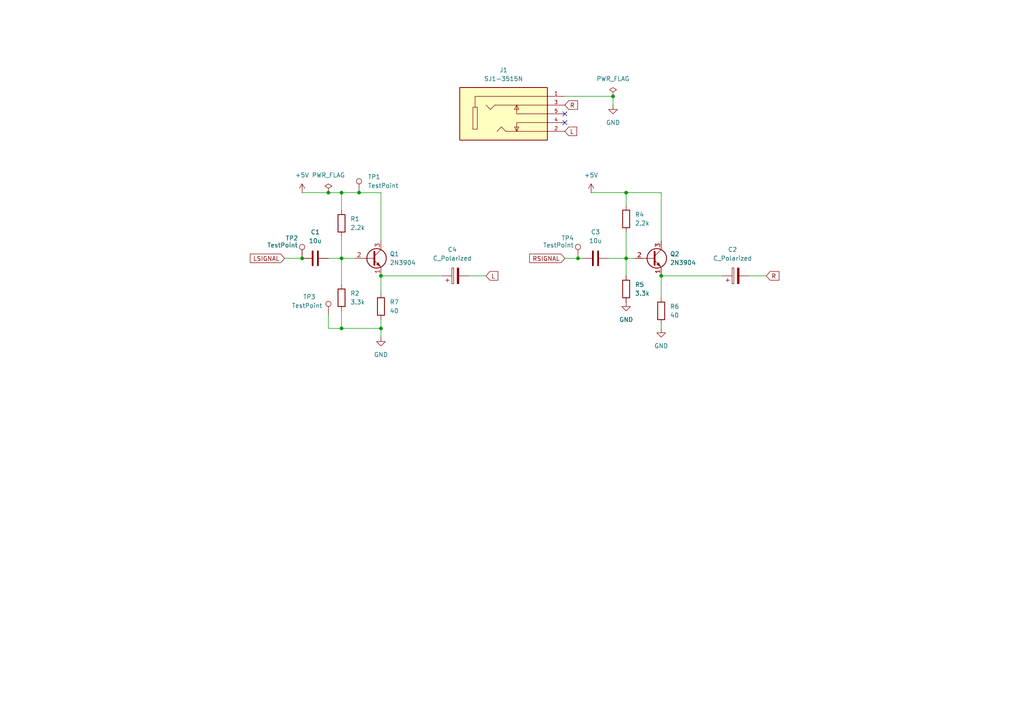
<source format=kicad_sch>
(kicad_sch
	(version 20250114)
	(generator "eeschema")
	(generator_version "9.0")
	(uuid "4624b535-de43-4b37-a4ab-0b658419a971")
	(paper "A4")
	(lib_symbols
		(symbol "Connector:TestPoint"
			(pin_numbers
				(hide yes)
			)
			(pin_names
				(offset 0.762)
				(hide yes)
			)
			(exclude_from_sim no)
			(in_bom yes)
			(on_board yes)
			(property "Reference" "TP"
				(at 0 6.858 0)
				(effects
					(font
						(size 1.27 1.27)
					)
				)
			)
			(property "Value" "TestPoint"
				(at 0 5.08 0)
				(effects
					(font
						(size 1.27 1.27)
					)
				)
			)
			(property "Footprint" ""
				(at 5.08 0 0)
				(effects
					(font
						(size 1.27 1.27)
					)
					(hide yes)
				)
			)
			(property "Datasheet" "~"
				(at 5.08 0 0)
				(effects
					(font
						(size 1.27 1.27)
					)
					(hide yes)
				)
			)
			(property "Description" "test point"
				(at 0 0 0)
				(effects
					(font
						(size 1.27 1.27)
					)
					(hide yes)
				)
			)
			(property "ki_keywords" "test point tp"
				(at 0 0 0)
				(effects
					(font
						(size 1.27 1.27)
					)
					(hide yes)
				)
			)
			(property "ki_fp_filters" "Pin* Test*"
				(at 0 0 0)
				(effects
					(font
						(size 1.27 1.27)
					)
					(hide yes)
				)
			)
			(symbol "TestPoint_0_1"
				(circle
					(center 0 3.302)
					(radius 0.762)
					(stroke
						(width 0)
						(type default)
					)
					(fill
						(type none)
					)
				)
			)
			(symbol "TestPoint_1_1"
				(pin passive line
					(at 0 0 90)
					(length 2.54)
					(name "1"
						(effects
							(font
								(size 1.27 1.27)
							)
						)
					)
					(number "1"
						(effects
							(font
								(size 1.27 1.27)
							)
						)
					)
				)
			)
			(embedded_fonts no)
		)
		(symbol "Device:C"
			(pin_numbers
				(hide yes)
			)
			(pin_names
				(offset 0.254)
			)
			(exclude_from_sim no)
			(in_bom yes)
			(on_board yes)
			(property "Reference" "C"
				(at 0.635 2.54 0)
				(effects
					(font
						(size 1.27 1.27)
					)
					(justify left)
				)
			)
			(property "Value" "C"
				(at 0.635 -2.54 0)
				(effects
					(font
						(size 1.27 1.27)
					)
					(justify left)
				)
			)
			(property "Footprint" ""
				(at 0.9652 -3.81 0)
				(effects
					(font
						(size 1.27 1.27)
					)
					(hide yes)
				)
			)
			(property "Datasheet" "~"
				(at 0 0 0)
				(effects
					(font
						(size 1.27 1.27)
					)
					(hide yes)
				)
			)
			(property "Description" "Unpolarized capacitor"
				(at 0 0 0)
				(effects
					(font
						(size 1.27 1.27)
					)
					(hide yes)
				)
			)
			(property "ki_keywords" "cap capacitor"
				(at 0 0 0)
				(effects
					(font
						(size 1.27 1.27)
					)
					(hide yes)
				)
			)
			(property "ki_fp_filters" "C_*"
				(at 0 0 0)
				(effects
					(font
						(size 1.27 1.27)
					)
					(hide yes)
				)
			)
			(symbol "C_0_1"
				(polyline
					(pts
						(xy -2.032 0.762) (xy 2.032 0.762)
					)
					(stroke
						(width 0.508)
						(type default)
					)
					(fill
						(type none)
					)
				)
				(polyline
					(pts
						(xy -2.032 -0.762) (xy 2.032 -0.762)
					)
					(stroke
						(width 0.508)
						(type default)
					)
					(fill
						(type none)
					)
				)
			)
			(symbol "C_1_1"
				(pin passive line
					(at 0 3.81 270)
					(length 2.794)
					(name "~"
						(effects
							(font
								(size 1.27 1.27)
							)
						)
					)
					(number "1"
						(effects
							(font
								(size 1.27 1.27)
							)
						)
					)
				)
				(pin passive line
					(at 0 -3.81 90)
					(length 2.794)
					(name "~"
						(effects
							(font
								(size 1.27 1.27)
							)
						)
					)
					(number "2"
						(effects
							(font
								(size 1.27 1.27)
							)
						)
					)
				)
			)
			(embedded_fonts no)
		)
		(symbol "Device:C_Polarized"
			(pin_numbers
				(hide yes)
			)
			(pin_names
				(offset 0.254)
			)
			(exclude_from_sim no)
			(in_bom yes)
			(on_board yes)
			(property "Reference" "C"
				(at 0.635 2.54 0)
				(effects
					(font
						(size 1.27 1.27)
					)
					(justify left)
				)
			)
			(property "Value" "C_Polarized"
				(at 0.635 -2.54 0)
				(effects
					(font
						(size 1.27 1.27)
					)
					(justify left)
				)
			)
			(property "Footprint" ""
				(at 0.9652 -3.81 0)
				(effects
					(font
						(size 1.27 1.27)
					)
					(hide yes)
				)
			)
			(property "Datasheet" "~"
				(at 0 0 0)
				(effects
					(font
						(size 1.27 1.27)
					)
					(hide yes)
				)
			)
			(property "Description" "Polarized capacitor"
				(at 0 0 0)
				(effects
					(font
						(size 1.27 1.27)
					)
					(hide yes)
				)
			)
			(property "ki_keywords" "cap capacitor"
				(at 0 0 0)
				(effects
					(font
						(size 1.27 1.27)
					)
					(hide yes)
				)
			)
			(property "ki_fp_filters" "CP_*"
				(at 0 0 0)
				(effects
					(font
						(size 1.27 1.27)
					)
					(hide yes)
				)
			)
			(symbol "C_Polarized_0_1"
				(rectangle
					(start -2.286 0.508)
					(end 2.286 1.016)
					(stroke
						(width 0)
						(type default)
					)
					(fill
						(type none)
					)
				)
				(polyline
					(pts
						(xy -1.778 2.286) (xy -0.762 2.286)
					)
					(stroke
						(width 0)
						(type default)
					)
					(fill
						(type none)
					)
				)
				(polyline
					(pts
						(xy -1.27 2.794) (xy -1.27 1.778)
					)
					(stroke
						(width 0)
						(type default)
					)
					(fill
						(type none)
					)
				)
				(rectangle
					(start 2.286 -0.508)
					(end -2.286 -1.016)
					(stroke
						(width 0)
						(type default)
					)
					(fill
						(type outline)
					)
				)
			)
			(symbol "C_Polarized_1_1"
				(pin passive line
					(at 0 3.81 270)
					(length 2.794)
					(name "~"
						(effects
							(font
								(size 1.27 1.27)
							)
						)
					)
					(number "1"
						(effects
							(font
								(size 1.27 1.27)
							)
						)
					)
				)
				(pin passive line
					(at 0 -3.81 90)
					(length 2.794)
					(name "~"
						(effects
							(font
								(size 1.27 1.27)
							)
						)
					)
					(number "2"
						(effects
							(font
								(size 1.27 1.27)
							)
						)
					)
				)
			)
			(embedded_fonts no)
		)
		(symbol "Device:R"
			(pin_numbers
				(hide yes)
			)
			(pin_names
				(offset 0)
			)
			(exclude_from_sim no)
			(in_bom yes)
			(on_board yes)
			(property "Reference" "R"
				(at 2.032 0 90)
				(effects
					(font
						(size 1.27 1.27)
					)
				)
			)
			(property "Value" "R"
				(at 0 0 90)
				(effects
					(font
						(size 1.27 1.27)
					)
				)
			)
			(property "Footprint" ""
				(at -1.778 0 90)
				(effects
					(font
						(size 1.27 1.27)
					)
					(hide yes)
				)
			)
			(property "Datasheet" "~"
				(at 0 0 0)
				(effects
					(font
						(size 1.27 1.27)
					)
					(hide yes)
				)
			)
			(property "Description" "Resistor"
				(at 0 0 0)
				(effects
					(font
						(size 1.27 1.27)
					)
					(hide yes)
				)
			)
			(property "ki_keywords" "R res resistor"
				(at 0 0 0)
				(effects
					(font
						(size 1.27 1.27)
					)
					(hide yes)
				)
			)
			(property "ki_fp_filters" "R_*"
				(at 0 0 0)
				(effects
					(font
						(size 1.27 1.27)
					)
					(hide yes)
				)
			)
			(symbol "R_0_1"
				(rectangle
					(start -1.016 -2.54)
					(end 1.016 2.54)
					(stroke
						(width 0.254)
						(type default)
					)
					(fill
						(type none)
					)
				)
			)
			(symbol "R_1_1"
				(pin passive line
					(at 0 3.81 270)
					(length 1.27)
					(name "~"
						(effects
							(font
								(size 1.27 1.27)
							)
						)
					)
					(number "1"
						(effects
							(font
								(size 1.27 1.27)
							)
						)
					)
				)
				(pin passive line
					(at 0 -3.81 90)
					(length 1.27)
					(name "~"
						(effects
							(font
								(size 1.27 1.27)
							)
						)
					)
					(number "2"
						(effects
							(font
								(size 1.27 1.27)
							)
						)
					)
				)
			)
			(embedded_fonts no)
		)
		(symbol "SJ1-3515N:SJ1-3515N"
			(pin_names
				(offset 1.016)
				(hide yes)
			)
			(exclude_from_sim no)
			(in_bom yes)
			(on_board yes)
			(property "Reference" "J"
				(at -12.7254 10.1854 0)
				(effects
					(font
						(size 1.27 1.27)
					)
					(justify left bottom)
				)
			)
			(property "Value" "SJ1-3515N"
				(at -12.7254 -12.7254 0)
				(effects
					(font
						(size 1.27 1.27)
					)
					(justify left bottom)
				)
			)
			(property "Footprint" "CUI_SJ1-3515N"
				(at 0 0 0)
				(effects
					(font
						(size 1.27 1.27)
					)
					(justify left bottom)
					(hide yes)
				)
			)
			(property "Datasheet" ""
				(at 0 0 0)
				(effects
					(font
						(size 1.27 1.27)
					)
					(justify left bottom)
					(hide yes)
				)
			)
			(property "Description" ""
				(at 0 0 0)
				(effects
					(font
						(size 1.27 1.27)
					)
					(hide yes)
				)
			)
			(property "PARTREV" "1.03"
				(at 0 0 0)
				(effects
					(font
						(size 1.27 1.27)
					)
					(justify left bottom)
					(hide yes)
				)
			)
			(property "STANDARD" "Manufacturer recommendation"
				(at 0 0 0)
				(effects
					(font
						(size 1.27 1.27)
					)
					(justify left bottom)
					(hide yes)
				)
			)
			(property "MANUFACTURER" "CUI"
				(at 0 0 0)
				(effects
					(font
						(size 1.27 1.27)
					)
					(justify left bottom)
					(hide yes)
				)
			)
			(property "ki_locked" ""
				(at 0 0 0)
				(effects
					(font
						(size 1.27 1.27)
					)
				)
			)
			(symbol "SJ1-3515N_0_0"
				(rectangle
					(start -12.7 -7.62)
					(end 12.7 7.62)
					(stroke
						(width 0.254)
						(type solid)
					)
					(fill
						(type background)
					)
				)
				(polyline
					(pts
						(xy -8.89 1.905) (xy -8.89 -4.445)
					)
					(stroke
						(width 0.1524)
						(type solid)
					)
					(fill
						(type none)
					)
				)
				(polyline
					(pts
						(xy -8.89 -4.445) (xy -7.62 -4.445)
					)
					(stroke
						(width 0.1524)
						(type solid)
					)
					(fill
						(type none)
					)
				)
				(polyline
					(pts
						(xy -8.255 5.08) (xy -8.255 1.905)
					)
					(stroke
						(width 0.1524)
						(type solid)
					)
					(fill
						(type none)
					)
				)
				(polyline
					(pts
						(xy -8.255 1.905) (xy -8.89 1.905)
					)
					(stroke
						(width 0.1524)
						(type solid)
					)
					(fill
						(type none)
					)
				)
				(polyline
					(pts
						(xy -7.62 1.905) (xy -8.255 1.905)
					)
					(stroke
						(width 0.1524)
						(type solid)
					)
					(fill
						(type none)
					)
				)
				(polyline
					(pts
						(xy -7.62 -4.445) (xy -7.62 1.905)
					)
					(stroke
						(width 0.1524)
						(type solid)
					)
					(fill
						(type none)
					)
				)
				(polyline
					(pts
						(xy -3.81 1.27) (xy -5.08 2.54)
					)
					(stroke
						(width 0.1524)
						(type solid)
					)
					(fill
						(type none)
					)
				)
				(polyline
					(pts
						(xy -2.54 2.54) (xy -3.81 1.27)
					)
					(stroke
						(width 0.1524)
						(type solid)
					)
					(fill
						(type none)
					)
				)
				(polyline
					(pts
						(xy -0.635 -3.81) (xy -1.905 -5.08)
					)
					(stroke
						(width 0.1524)
						(type solid)
					)
					(fill
						(type none)
					)
				)
				(polyline
					(pts
						(xy 0.635 -5.08) (xy -0.635 -3.81)
					)
					(stroke
						(width 0.1524)
						(type solid)
					)
					(fill
						(type none)
					)
				)
				(polyline
					(pts
						(xy 3.81 2.54) (xy -2.54 2.54)
					)
					(stroke
						(width 0.1524)
						(type solid)
					)
					(fill
						(type none)
					)
				)
				(polyline
					(pts
						(xy 3.81 2.54) (xy 3.175 1.27) (xy 4.445 1.27) (xy 3.81 2.54)
					)
					(stroke
						(width 0.1524)
						(type solid)
					)
					(fill
						(type background)
					)
				)
				(polyline
					(pts
						(xy 3.81 0) (xy 3.81 2.54)
					)
					(stroke
						(width 0.1524)
						(type solid)
					)
					(fill
						(type none)
					)
				)
				(polyline
					(pts
						(xy 3.81 -2.54) (xy 3.81 -5.08)
					)
					(stroke
						(width 0.1524)
						(type solid)
					)
					(fill
						(type none)
					)
				)
				(polyline
					(pts
						(xy 3.81 -5.08) (xy 0.635 -5.08)
					)
					(stroke
						(width 0.1524)
						(type solid)
					)
					(fill
						(type none)
					)
				)
				(polyline
					(pts
						(xy 3.81 -5.08) (xy 3.175 -3.81) (xy 4.445 -3.81) (xy 3.81 -5.08)
					)
					(stroke
						(width 0.1524)
						(type solid)
					)
					(fill
						(type background)
					)
				)
				(polyline
					(pts
						(xy 12.7 5.08) (xy -8.255 5.08)
					)
					(stroke
						(width 0.1524)
						(type solid)
					)
					(fill
						(type none)
					)
				)
				(polyline
					(pts
						(xy 12.7 2.54) (xy 3.81 2.54)
					)
					(stroke
						(width 0.1524)
						(type solid)
					)
					(fill
						(type none)
					)
				)
				(polyline
					(pts
						(xy 12.7 0) (xy 3.81 0)
					)
					(stroke
						(width 0.1524)
						(type solid)
					)
					(fill
						(type none)
					)
				)
				(polyline
					(pts
						(xy 12.7 -2.54) (xy 3.81 -2.54)
					)
					(stroke
						(width 0.1524)
						(type solid)
					)
					(fill
						(type none)
					)
				)
				(polyline
					(pts
						(xy 12.7 -5.08) (xy 3.81 -5.08)
					)
					(stroke
						(width 0.1524)
						(type solid)
					)
					(fill
						(type none)
					)
				)
				(pin passive line
					(at 17.78 5.08 180)
					(length 5.08)
					(name "~"
						(effects
							(font
								(size 1.016 1.016)
							)
						)
					)
					(number "1"
						(effects
							(font
								(size 1.016 1.016)
							)
						)
					)
				)
				(pin passive line
					(at 17.78 2.54 180)
					(length 5.08)
					(name "~"
						(effects
							(font
								(size 1.016 1.016)
							)
						)
					)
					(number "3"
						(effects
							(font
								(size 1.016 1.016)
							)
						)
					)
				)
				(pin passive line
					(at 17.78 0 180)
					(length 5.08)
					(name "~"
						(effects
							(font
								(size 1.016 1.016)
							)
						)
					)
					(number "5"
						(effects
							(font
								(size 1.016 1.016)
							)
						)
					)
				)
				(pin passive line
					(at 17.78 -2.54 180)
					(length 5.08)
					(name "~"
						(effects
							(font
								(size 1.016 1.016)
							)
						)
					)
					(number "4"
						(effects
							(font
								(size 1.016 1.016)
							)
						)
					)
				)
				(pin passive line
					(at 17.78 -5.08 180)
					(length 5.08)
					(name "~"
						(effects
							(font
								(size 1.016 1.016)
							)
						)
					)
					(number "2"
						(effects
							(font
								(size 1.016 1.016)
							)
						)
					)
				)
			)
			(embedded_fonts no)
		)
		(symbol "Transistor_BJT:2N3904"
			(pin_names
				(offset 0)
				(hide yes)
			)
			(exclude_from_sim no)
			(in_bom yes)
			(on_board yes)
			(property "Reference" "Q"
				(at 5.08 1.905 0)
				(effects
					(font
						(size 1.27 1.27)
					)
					(justify left)
				)
			)
			(property "Value" "2N3904"
				(at 5.08 0 0)
				(effects
					(font
						(size 1.27 1.27)
					)
					(justify left)
				)
			)
			(property "Footprint" "Package_TO_SOT_THT:TO-92_Inline"
				(at 5.08 -1.905 0)
				(effects
					(font
						(size 1.27 1.27)
						(italic yes)
					)
					(justify left)
					(hide yes)
				)
			)
			(property "Datasheet" "https://www.onsemi.com/pub/Collateral/2N3903-D.PDF"
				(at 0 0 0)
				(effects
					(font
						(size 1.27 1.27)
					)
					(justify left)
					(hide yes)
				)
			)
			(property "Description" "0.2A Ic, 40V Vce, Small Signal NPN Transistor, TO-92"
				(at 0 0 0)
				(effects
					(font
						(size 1.27 1.27)
					)
					(hide yes)
				)
			)
			(property "ki_keywords" "NPN Transistor"
				(at 0 0 0)
				(effects
					(font
						(size 1.27 1.27)
					)
					(hide yes)
				)
			)
			(property "ki_fp_filters" "TO?92*"
				(at 0 0 0)
				(effects
					(font
						(size 1.27 1.27)
					)
					(hide yes)
				)
			)
			(symbol "2N3904_0_1"
				(polyline
					(pts
						(xy -2.54 0) (xy 0.635 0)
					)
					(stroke
						(width 0)
						(type default)
					)
					(fill
						(type none)
					)
				)
				(polyline
					(pts
						(xy 0.635 1.905) (xy 0.635 -1.905)
					)
					(stroke
						(width 0.508)
						(type default)
					)
					(fill
						(type none)
					)
				)
				(circle
					(center 1.27 0)
					(radius 2.8194)
					(stroke
						(width 0.254)
						(type default)
					)
					(fill
						(type none)
					)
				)
			)
			(symbol "2N3904_1_1"
				(polyline
					(pts
						(xy 0.635 0.635) (xy 2.54 2.54)
					)
					(stroke
						(width 0)
						(type default)
					)
					(fill
						(type none)
					)
				)
				(polyline
					(pts
						(xy 0.635 -0.635) (xy 2.54 -2.54)
					)
					(stroke
						(width 0)
						(type default)
					)
					(fill
						(type none)
					)
				)
				(polyline
					(pts
						(xy 1.27 -1.778) (xy 1.778 -1.27) (xy 2.286 -2.286) (xy 1.27 -1.778)
					)
					(stroke
						(width 0)
						(type default)
					)
					(fill
						(type outline)
					)
				)
				(pin input line
					(at -5.08 0 0)
					(length 2.54)
					(name "B"
						(effects
							(font
								(size 1.27 1.27)
							)
						)
					)
					(number "2"
						(effects
							(font
								(size 1.27 1.27)
							)
						)
					)
				)
				(pin passive line
					(at 2.54 5.08 270)
					(length 2.54)
					(name "C"
						(effects
							(font
								(size 1.27 1.27)
							)
						)
					)
					(number "3"
						(effects
							(font
								(size 1.27 1.27)
							)
						)
					)
				)
				(pin passive line
					(at 2.54 -5.08 90)
					(length 2.54)
					(name "E"
						(effects
							(font
								(size 1.27 1.27)
							)
						)
					)
					(number "1"
						(effects
							(font
								(size 1.27 1.27)
							)
						)
					)
				)
			)
			(embedded_fonts no)
		)
		(symbol "power:+5V"
			(power)
			(pin_numbers
				(hide yes)
			)
			(pin_names
				(offset 0)
				(hide yes)
			)
			(exclude_from_sim no)
			(in_bom yes)
			(on_board yes)
			(property "Reference" "#PWR"
				(at 0 -3.81 0)
				(effects
					(font
						(size 1.27 1.27)
					)
					(hide yes)
				)
			)
			(property "Value" "+5V"
				(at 0 3.556 0)
				(effects
					(font
						(size 1.27 1.27)
					)
				)
			)
			(property "Footprint" ""
				(at 0 0 0)
				(effects
					(font
						(size 1.27 1.27)
					)
					(hide yes)
				)
			)
			(property "Datasheet" ""
				(at 0 0 0)
				(effects
					(font
						(size 1.27 1.27)
					)
					(hide yes)
				)
			)
			(property "Description" "Power symbol creates a global label with name \"+5V\""
				(at 0 0 0)
				(effects
					(font
						(size 1.27 1.27)
					)
					(hide yes)
				)
			)
			(property "ki_keywords" "global power"
				(at 0 0 0)
				(effects
					(font
						(size 1.27 1.27)
					)
					(hide yes)
				)
			)
			(symbol "+5V_0_1"
				(polyline
					(pts
						(xy -0.762 1.27) (xy 0 2.54)
					)
					(stroke
						(width 0)
						(type default)
					)
					(fill
						(type none)
					)
				)
				(polyline
					(pts
						(xy 0 2.54) (xy 0.762 1.27)
					)
					(stroke
						(width 0)
						(type default)
					)
					(fill
						(type none)
					)
				)
				(polyline
					(pts
						(xy 0 0) (xy 0 2.54)
					)
					(stroke
						(width 0)
						(type default)
					)
					(fill
						(type none)
					)
				)
			)
			(symbol "+5V_1_1"
				(pin power_in line
					(at 0 0 90)
					(length 0)
					(name "~"
						(effects
							(font
								(size 1.27 1.27)
							)
						)
					)
					(number "1"
						(effects
							(font
								(size 1.27 1.27)
							)
						)
					)
				)
			)
			(embedded_fonts no)
		)
		(symbol "power:GND"
			(power)
			(pin_numbers
				(hide yes)
			)
			(pin_names
				(offset 0)
				(hide yes)
			)
			(exclude_from_sim no)
			(in_bom yes)
			(on_board yes)
			(property "Reference" "#PWR"
				(at 0 -6.35 0)
				(effects
					(font
						(size 1.27 1.27)
					)
					(hide yes)
				)
			)
			(property "Value" "GND"
				(at 0 -3.81 0)
				(effects
					(font
						(size 1.27 1.27)
					)
				)
			)
			(property "Footprint" ""
				(at 0 0 0)
				(effects
					(font
						(size 1.27 1.27)
					)
					(hide yes)
				)
			)
			(property "Datasheet" ""
				(at 0 0 0)
				(effects
					(font
						(size 1.27 1.27)
					)
					(hide yes)
				)
			)
			(property "Description" "Power symbol creates a global label with name \"GND\" , ground"
				(at 0 0 0)
				(effects
					(font
						(size 1.27 1.27)
					)
					(hide yes)
				)
			)
			(property "ki_keywords" "global power"
				(at 0 0 0)
				(effects
					(font
						(size 1.27 1.27)
					)
					(hide yes)
				)
			)
			(symbol "GND_0_1"
				(polyline
					(pts
						(xy 0 0) (xy 0 -1.27) (xy 1.27 -1.27) (xy 0 -2.54) (xy -1.27 -1.27) (xy 0 -1.27)
					)
					(stroke
						(width 0)
						(type default)
					)
					(fill
						(type none)
					)
				)
			)
			(symbol "GND_1_1"
				(pin power_in line
					(at 0 0 270)
					(length 0)
					(name "~"
						(effects
							(font
								(size 1.27 1.27)
							)
						)
					)
					(number "1"
						(effects
							(font
								(size 1.27 1.27)
							)
						)
					)
				)
			)
			(embedded_fonts no)
		)
		(symbol "power:PWR_FLAG"
			(power)
			(pin_numbers
				(hide yes)
			)
			(pin_names
				(offset 0)
				(hide yes)
			)
			(exclude_from_sim no)
			(in_bom yes)
			(on_board yes)
			(property "Reference" "#FLG"
				(at 0 1.905 0)
				(effects
					(font
						(size 1.27 1.27)
					)
					(hide yes)
				)
			)
			(property "Value" "PWR_FLAG"
				(at 0 3.81 0)
				(effects
					(font
						(size 1.27 1.27)
					)
				)
			)
			(property "Footprint" ""
				(at 0 0 0)
				(effects
					(font
						(size 1.27 1.27)
					)
					(hide yes)
				)
			)
			(property "Datasheet" "~"
				(at 0 0 0)
				(effects
					(font
						(size 1.27 1.27)
					)
					(hide yes)
				)
			)
			(property "Description" "Special symbol for telling ERC where power comes from"
				(at 0 0 0)
				(effects
					(font
						(size 1.27 1.27)
					)
					(hide yes)
				)
			)
			(property "ki_keywords" "flag power"
				(at 0 0 0)
				(effects
					(font
						(size 1.27 1.27)
					)
					(hide yes)
				)
			)
			(symbol "PWR_FLAG_0_0"
				(pin power_out line
					(at 0 0 90)
					(length 0)
					(name "~"
						(effects
							(font
								(size 1.27 1.27)
							)
						)
					)
					(number "1"
						(effects
							(font
								(size 1.27 1.27)
							)
						)
					)
				)
			)
			(symbol "PWR_FLAG_0_1"
				(polyline
					(pts
						(xy 0 0) (xy 0 1.27) (xy -1.016 1.905) (xy 0 2.54) (xy 1.016 1.905) (xy 0 1.27)
					)
					(stroke
						(width 0)
						(type default)
					)
					(fill
						(type none)
					)
				)
			)
			(embedded_fonts no)
		)
	)
	(junction
		(at 87.63 74.93)
		(diameter 0)
		(color 0 0 0 0)
		(uuid "03893c4d-c388-4ea4-8c17-0cc9cef9a256")
	)
	(junction
		(at 110.49 80.01)
		(diameter 0)
		(color 0 0 0 0)
		(uuid "3ccbf190-6293-4725-9d31-e12708e72de4")
	)
	(junction
		(at 177.8 27.94)
		(diameter 0)
		(color 0 0 0 0)
		(uuid "402fc08b-8f91-428e-a095-1dbd2b31f22b")
	)
	(junction
		(at 167.64 74.93)
		(diameter 0)
		(color 0 0 0 0)
		(uuid "4bac6ca9-6a8c-4814-bc79-d605e9eefd1a")
	)
	(junction
		(at 99.06 95.25)
		(diameter 0)
		(color 0 0 0 0)
		(uuid "60ec7d7a-d876-4394-9e58-731ed26217f5")
	)
	(junction
		(at 181.61 55.88)
		(diameter 0)
		(color 0 0 0 0)
		(uuid "6d8871b8-b968-4170-83d2-a21a3555e86c")
	)
	(junction
		(at 181.61 74.93)
		(diameter 0)
		(color 0 0 0 0)
		(uuid "73793a57-7fa9-4032-a6de-bb6d906f771e")
	)
	(junction
		(at 104.14 55.88)
		(diameter 0)
		(color 0 0 0 0)
		(uuid "7bdb0326-dfe1-45d4-8230-f02bb0fdaf7d")
	)
	(junction
		(at 99.06 74.93)
		(diameter 0)
		(color 0 0 0 0)
		(uuid "89af6012-1d11-4672-9e71-5069519eea46")
	)
	(junction
		(at 95.25 55.88)
		(diameter 0)
		(color 0 0 0 0)
		(uuid "9a4e1572-d176-45c2-8475-d70f5e4aedf2")
	)
	(junction
		(at 110.49 95.25)
		(diameter 0)
		(color 0 0 0 0)
		(uuid "d75b3356-1cb5-4789-b386-47eaa8da23ae")
	)
	(junction
		(at 99.06 55.88)
		(diameter 0)
		(color 0 0 0 0)
		(uuid "dbdfccb0-9fd9-405b-83ae-3178e4249c19")
	)
	(junction
		(at 191.77 80.01)
		(diameter 0)
		(color 0 0 0 0)
		(uuid "e1371613-72cc-40e3-bb70-50158e8a7674")
	)
	(no_connect
		(at 163.83 33.02)
		(uuid "2a67c68b-f70a-4f7c-abc6-fdcf1029f352")
	)
	(no_connect
		(at 163.83 35.56)
		(uuid "5e2bb788-f434-4042-b7b0-97045fffe9e8")
	)
	(wire
		(pts
			(xy 95.25 74.93) (xy 99.06 74.93)
		)
		(stroke
			(width 0)
			(type default)
		)
		(uuid "0577dd6b-378a-401a-b093-fd3e66a45d2f")
	)
	(wire
		(pts
			(xy 87.63 55.88) (xy 95.25 55.88)
		)
		(stroke
			(width 0)
			(type default)
		)
		(uuid "09e29f1e-39d5-4456-aaf1-2c69de9435a6")
	)
	(wire
		(pts
			(xy 110.49 80.01) (xy 128.27 80.01)
		)
		(stroke
			(width 0)
			(type default)
		)
		(uuid "0b6da341-18c9-41a4-8a49-134919716fdb")
	)
	(wire
		(pts
			(xy 191.77 95.25) (xy 191.77 93.98)
		)
		(stroke
			(width 0)
			(type default)
		)
		(uuid "14e2f718-a05b-4be0-b429-083c84ee4bfe")
	)
	(wire
		(pts
			(xy 176.53 74.93) (xy 181.61 74.93)
		)
		(stroke
			(width 0)
			(type default)
		)
		(uuid "1b491fdd-e4c1-4bb5-a7a4-1f1cdf2f859c")
	)
	(wire
		(pts
			(xy 95.25 55.88) (xy 99.06 55.88)
		)
		(stroke
			(width 0)
			(type default)
		)
		(uuid "1e08e76f-8c12-4fc9-97e1-6ef3d09398ef")
	)
	(wire
		(pts
			(xy 163.83 27.94) (xy 177.8 27.94)
		)
		(stroke
			(width 0)
			(type default)
		)
		(uuid "2047921c-642a-4e6f-90a9-fb0921a18f88")
	)
	(wire
		(pts
			(xy 82.55 74.93) (xy 87.63 74.93)
		)
		(stroke
			(width 0)
			(type default)
		)
		(uuid "285c109a-a068-46db-ad1c-08729e6df07a")
	)
	(wire
		(pts
			(xy 99.06 95.25) (xy 110.49 95.25)
		)
		(stroke
			(width 0)
			(type default)
		)
		(uuid "2dcbaace-2897-4742-825e-1fe239c67033")
	)
	(wire
		(pts
			(xy 191.77 80.01) (xy 209.55 80.01)
		)
		(stroke
			(width 0)
			(type default)
		)
		(uuid "347c5150-c57a-4846-8161-2a845cbfe0bc")
	)
	(wire
		(pts
			(xy 163.83 74.93) (xy 167.64 74.93)
		)
		(stroke
			(width 0)
			(type default)
		)
		(uuid "3a2e4203-11b5-4e9f-a0b0-4e7188967775")
	)
	(wire
		(pts
			(xy 99.06 55.88) (xy 104.14 55.88)
		)
		(stroke
			(width 0)
			(type default)
		)
		(uuid "465a68d3-4b92-4905-9830-90f5c7eef56f")
	)
	(wire
		(pts
			(xy 99.06 74.93) (xy 102.87 74.93)
		)
		(stroke
			(width 0)
			(type default)
		)
		(uuid "52f761ee-c46e-4d75-8f67-98a1ee50d5d5")
	)
	(wire
		(pts
			(xy 99.06 68.58) (xy 99.06 74.93)
		)
		(stroke
			(width 0)
			(type default)
		)
		(uuid "53bc1260-03db-45bf-a394-6d98fa6ee686")
	)
	(wire
		(pts
			(xy 181.61 74.93) (xy 181.61 80.01)
		)
		(stroke
			(width 0)
			(type default)
		)
		(uuid "584c0de5-2299-45e2-abbd-1a7d4ca3a425")
	)
	(wire
		(pts
			(xy 217.17 80.01) (xy 222.25 80.01)
		)
		(stroke
			(width 0)
			(type default)
		)
		(uuid "59b19b6b-5fc3-4048-947f-3a10259775cf")
	)
	(wire
		(pts
			(xy 110.49 95.25) (xy 110.49 92.71)
		)
		(stroke
			(width 0)
			(type default)
		)
		(uuid "59ef656e-005a-4bc8-b055-dd76d20454ed")
	)
	(wire
		(pts
			(xy 181.61 55.88) (xy 181.61 59.69)
		)
		(stroke
			(width 0)
			(type default)
		)
		(uuid "647fa887-dca4-4350-b136-f9876872f935")
	)
	(wire
		(pts
			(xy 171.45 55.88) (xy 181.61 55.88)
		)
		(stroke
			(width 0)
			(type default)
		)
		(uuid "73e23ecd-310f-4089-81c6-9404c26c422e")
	)
	(wire
		(pts
			(xy 191.77 55.88) (xy 191.77 69.85)
		)
		(stroke
			(width 0)
			(type default)
		)
		(uuid "84c13927-d763-45b7-a5b0-3b8331d585ac")
	)
	(wire
		(pts
			(xy 167.64 74.93) (xy 168.91 74.93)
		)
		(stroke
			(width 0)
			(type default)
		)
		(uuid "868a59d5-28de-4b5c-990b-5eeaefbb918d")
	)
	(wire
		(pts
			(xy 135.89 80.01) (xy 140.97 80.01)
		)
		(stroke
			(width 0)
			(type default)
		)
		(uuid "88b40cb1-12d3-4386-b9b9-411c5ff25dd1")
	)
	(wire
		(pts
			(xy 99.06 90.17) (xy 99.06 95.25)
		)
		(stroke
			(width 0)
			(type default)
		)
		(uuid "95b71fb2-31d1-4c8c-b119-e6ea9f412eab")
	)
	(wire
		(pts
			(xy 177.8 27.94) (xy 177.8 30.48)
		)
		(stroke
			(width 0)
			(type default)
		)
		(uuid "9764a44d-064d-4493-8df8-e20e260dbb3a")
	)
	(wire
		(pts
			(xy 104.14 55.88) (xy 110.49 55.88)
		)
		(stroke
			(width 0)
			(type default)
		)
		(uuid "984904de-a50a-46bc-98bd-1035bd12a393")
	)
	(wire
		(pts
			(xy 110.49 97.79) (xy 110.49 95.25)
		)
		(stroke
			(width 0)
			(type default)
		)
		(uuid "9f4f8d3c-7583-44ae-b8de-4a3c6f7a90d3")
	)
	(wire
		(pts
			(xy 181.61 74.93) (xy 184.15 74.93)
		)
		(stroke
			(width 0)
			(type default)
		)
		(uuid "bd3efe6d-ef67-4f0d-8ca2-9e796162cbab")
	)
	(wire
		(pts
			(xy 181.61 67.31) (xy 181.61 74.93)
		)
		(stroke
			(width 0)
			(type default)
		)
		(uuid "c2497ba6-30e8-4674-90bd-8ad0af443dbf")
	)
	(wire
		(pts
			(xy 95.25 95.25) (xy 99.06 95.25)
		)
		(stroke
			(width 0)
			(type default)
		)
		(uuid "c8c26245-7ada-48e3-800e-ee774c28c243")
	)
	(wire
		(pts
			(xy 110.49 55.88) (xy 110.49 69.85)
		)
		(stroke
			(width 0)
			(type default)
		)
		(uuid "c983c6c8-793d-470a-b607-a9e24b07070f")
	)
	(wire
		(pts
			(xy 99.06 82.55) (xy 99.06 74.93)
		)
		(stroke
			(width 0)
			(type default)
		)
		(uuid "ca6687e3-677b-49f9-a228-3dcf19daff91")
	)
	(wire
		(pts
			(xy 181.61 55.88) (xy 191.77 55.88)
		)
		(stroke
			(width 0)
			(type default)
		)
		(uuid "cda637d9-9b6c-499e-baf8-3f2a51954957")
	)
	(wire
		(pts
			(xy 99.06 55.88) (xy 99.06 60.96)
		)
		(stroke
			(width 0)
			(type default)
		)
		(uuid "cf92e3f0-62ec-40f2-97b9-e0456b38a554")
	)
	(wire
		(pts
			(xy 191.77 80.01) (xy 191.77 86.36)
		)
		(stroke
			(width 0)
			(type default)
		)
		(uuid "e0cd7018-2924-4744-8309-415537a40098")
	)
	(wire
		(pts
			(xy 110.49 80.01) (xy 110.49 85.09)
		)
		(stroke
			(width 0)
			(type default)
		)
		(uuid "e4c4596d-0b54-4884-b589-c724983e3909")
	)
	(wire
		(pts
			(xy 95.25 91.44) (xy 95.25 95.25)
		)
		(stroke
			(width 0)
			(type default)
		)
		(uuid "ebce14af-8e63-4501-a92f-d9547ee0be76")
	)
	(global_label "RSIGNAL"
		(shape input)
		(at 163.83 74.93 180)
		(fields_autoplaced yes)
		(effects
			(font
				(size 1.27 1.27)
			)
			(justify right)
		)
		(uuid "1b963203-80b6-453d-bd13-78e05dd6b611")
		(property "Intersheetrefs" "${INTERSHEET_REFS}"
			(at 153.0433 74.93 0)
			(effects
				(font
					(size 1.27 1.27)
				)
				(justify right)
				(hide yes)
			)
		)
	)
	(global_label "L"
		(shape input)
		(at 163.83 38.1 0)
		(fields_autoplaced yes)
		(effects
			(font
				(size 1.27 1.27)
			)
			(justify left)
		)
		(uuid "2709453b-fe33-42e6-bc56-3c622203beae")
		(property "Intersheetrefs" "${INTERSHEET_REFS}"
			(at 167.8433 38.1 0)
			(effects
				(font
					(size 1.27 1.27)
				)
				(justify left)
				(hide yes)
			)
		)
	)
	(global_label "L"
		(shape input)
		(at 140.97 80.01 0)
		(fields_autoplaced yes)
		(effects
			(font
				(size 1.27 1.27)
			)
			(justify left)
		)
		(uuid "33d21e42-d2bb-4d20-b364-d329d85030a6")
		(property "Intersheetrefs" "${INTERSHEET_REFS}"
			(at 144.9833 80.01 0)
			(effects
				(font
					(size 1.27 1.27)
				)
				(justify left)
				(hide yes)
			)
		)
	)
	(global_label "R"
		(shape input)
		(at 222.25 80.01 0)
		(fields_autoplaced yes)
		(effects
			(font
				(size 1.27 1.27)
			)
			(justify left)
		)
		(uuid "4d6bb619-108b-41d2-8546-b2dcae382ed1")
		(property "Intersheetrefs" "${INTERSHEET_REFS}"
			(at 226.5052 80.01 0)
			(effects
				(font
					(size 1.27 1.27)
				)
				(justify left)
				(hide yes)
			)
		)
	)
	(global_label "LSIGNAL"
		(shape input)
		(at 82.55 74.93 180)
		(fields_autoplaced yes)
		(effects
			(font
				(size 1.27 1.27)
			)
			(justify right)
		)
		(uuid "a8096fa0-93ab-411a-a8c1-5d798af01356")
		(property "Intersheetrefs" "${INTERSHEET_REFS}"
			(at 72.0052 74.93 0)
			(effects
				(font
					(size 1.27 1.27)
				)
				(justify right)
				(hide yes)
			)
		)
	)
	(global_label "R"
		(shape input)
		(at 163.83 30.48 0)
		(fields_autoplaced yes)
		(effects
			(font
				(size 1.27 1.27)
			)
			(justify left)
		)
		(uuid "c702a23c-83a5-434b-b3d2-91d1cf2e51ef")
		(property "Intersheetrefs" "${INTERSHEET_REFS}"
			(at 168.0852 30.48 0)
			(effects
				(font
					(size 1.27 1.27)
				)
				(justify left)
				(hide yes)
			)
		)
	)
	(symbol
		(lib_id "Device:C_Polarized")
		(at 132.08 80.01 90)
		(unit 1)
		(exclude_from_sim no)
		(in_bom yes)
		(on_board yes)
		(dnp no)
		(fields_autoplaced yes)
		(uuid "21e70e42-d068-4cee-8098-a75f4c5e772c")
		(property "Reference" "C4"
			(at 131.191 72.39 90)
			(effects
				(font
					(size 1.27 1.27)
				)
			)
		)
		(property "Value" "C_Polarized"
			(at 131.191 74.93 90)
			(effects
				(font
					(size 1.27 1.27)
				)
			)
		)
		(property "Footprint" "Capacitor_THT:CP_Radial_D10.0mm_P5.00mm"
			(at 135.89 79.0448 0)
			(effects
				(font
					(size 1.27 1.27)
				)
				(hide yes)
			)
		)
		(property "Datasheet" "~"
			(at 132.08 80.01 0)
			(effects
				(font
					(size 1.27 1.27)
				)
				(hide yes)
			)
		)
		(property "Description" "Polarized capacitor"
			(at 132.08 80.01 0)
			(effects
				(font
					(size 1.27 1.27)
				)
				(hide yes)
			)
		)
		(property "LCSC Part #" "C2960261"
			(at 132.08 80.01 90)
			(effects
				(font
					(size 1.27 1.27)
				)
				(hide yes)
			)
		)
		(pin "2"
			(uuid "d997d4ac-ff34-4bc4-889e-b83c8dda64ab")
		)
		(pin "1"
			(uuid "5cb4bc80-f3fe-4b91-a012-7e7346225625")
		)
		(instances
			(project ""
				(path "/4624b535-de43-4b37-a4ab-0b658419a971"
					(reference "C4")
					(unit 1)
				)
			)
		)
	)
	(symbol
		(lib_id "Device:C")
		(at 172.72 74.93 90)
		(unit 1)
		(exclude_from_sim no)
		(in_bom yes)
		(on_board yes)
		(dnp no)
		(fields_autoplaced yes)
		(uuid "2de9fb0b-6005-4df5-a3ad-a7bc5912f0a7")
		(property "Reference" "C3"
			(at 172.72 67.31 90)
			(effects
				(font
					(size 1.27 1.27)
				)
			)
		)
		(property "Value" "10u"
			(at 172.72 69.85 90)
			(effects
				(font
					(size 1.27 1.27)
				)
			)
		)
		(property "Footprint" "Capacitor_THT:CP_Radial_D5.0mm_P2.00mm"
			(at 176.53 73.9648 0)
			(effects
				(font
					(size 1.27 1.27)
				)
				(hide yes)
			)
		)
		(property "Datasheet" "~"
			(at 172.72 74.93 0)
			(effects
				(font
					(size 1.27 1.27)
				)
				(hide yes)
			)
		)
		(property "Description" "Polarized capacitor"
			(at 172.72 74.93 0)
			(effects
				(font
					(size 1.27 1.27)
				)
				(hide yes)
			)
		)
		(property "LCSC Part #" "C2960200"
			(at 172.72 74.93 90)
			(effects
				(font
					(size 1.27 1.27)
				)
				(hide yes)
			)
		)
		(pin "1"
			(uuid "356b083e-0a93-4198-a581-1e985386e98a")
		)
		(pin "2"
			(uuid "8ee39963-ca79-4a90-977f-91749cc0a03e")
		)
		(instances
			(project "emitterFollower"
				(path "/4624b535-de43-4b37-a4ab-0b658419a971"
					(reference "C3")
					(unit 1)
				)
			)
		)
	)
	(symbol
		(lib_id "Device:R")
		(at 181.61 63.5 0)
		(unit 1)
		(exclude_from_sim no)
		(in_bom yes)
		(on_board yes)
		(dnp no)
		(fields_autoplaced yes)
		(uuid "396ca6ee-17d8-4f62-ad21-6bebea84b485")
		(property "Reference" "R4"
			(at 184.15 62.2299 0)
			(effects
				(font
					(size 1.27 1.27)
				)
				(justify left)
			)
		)
		(property "Value" "2.2k"
			(at 184.15 64.7699 0)
			(effects
				(font
					(size 1.27 1.27)
				)
				(justify left)
			)
		)
		(property "Footprint" "Resistor_THT:R_Axial_DIN0207_L6.3mm_D2.5mm_P10.16mm_Horizontal"
			(at 179.832 63.5 90)
			(effects
				(font
					(size 1.27 1.27)
				)
				(hide yes)
			)
		)
		(property "Datasheet" "~"
			(at 181.61 63.5 0)
			(effects
				(font
					(size 1.27 1.27)
				)
				(hide yes)
			)
		)
		(property "Description" "Resistor"
			(at 181.61 63.5 0)
			(effects
				(font
					(size 1.27 1.27)
				)
				(hide yes)
			)
		)
		(property "LCSC Part #" "C58624"
			(at 181.61 63.5 0)
			(effects
				(font
					(size 1.27 1.27)
				)
				(hide yes)
			)
		)
		(pin "1"
			(uuid "69adfd5a-8b3d-4ab7-b960-0fbe3ee1f92c")
		)
		(pin "2"
			(uuid "85f620c1-49af-419d-a3df-4d9c1b36e054")
		)
		(instances
			(project "emitterFollower"
				(path "/4624b535-de43-4b37-a4ab-0b658419a971"
					(reference "R4")
					(unit 1)
				)
			)
		)
	)
	(symbol
		(lib_id "Device:C_Polarized")
		(at 213.36 80.01 90)
		(unit 1)
		(exclude_from_sim no)
		(in_bom yes)
		(on_board yes)
		(dnp no)
		(fields_autoplaced yes)
		(uuid "4a6182f9-bf1f-4a78-b372-357e79645a82")
		(property "Reference" "C2"
			(at 212.471 72.39 90)
			(effects
				(font
					(size 1.27 1.27)
				)
			)
		)
		(property "Value" "C_Polarized"
			(at 212.471 74.93 90)
			(effects
				(font
					(size 1.27 1.27)
				)
			)
		)
		(property "Footprint" "Capacitor_THT:CP_Radial_D10.0mm_P5.00mm"
			(at 217.17 79.0448 0)
			(effects
				(font
					(size 1.27 1.27)
				)
				(hide yes)
			)
		)
		(property "Datasheet" "~"
			(at 213.36 80.01 0)
			(effects
				(font
					(size 1.27 1.27)
				)
				(hide yes)
			)
		)
		(property "Description" "Polarized capacitor"
			(at 213.36 80.01 0)
			(effects
				(font
					(size 1.27 1.27)
				)
				(hide yes)
			)
		)
		(property "LCSC Part #" "C2960261"
			(at 213.36 80.01 90)
			(effects
				(font
					(size 1.27 1.27)
				)
				(hide yes)
			)
		)
		(pin "1"
			(uuid "371c2e92-f052-4031-b6f9-d2c554f5b39b")
		)
		(pin "2"
			(uuid "8105c59e-3b9b-4941-9413-30cd57af09f5")
		)
		(instances
			(project ""
				(path "/4624b535-de43-4b37-a4ab-0b658419a971"
					(reference "C2")
					(unit 1)
				)
			)
		)
	)
	(symbol
		(lib_id "Device:R")
		(at 110.49 88.9 0)
		(unit 1)
		(exclude_from_sim no)
		(in_bom yes)
		(on_board yes)
		(dnp no)
		(uuid "50da2e23-4428-4c0f-b16e-cb7c4fe3fa8f")
		(property "Reference" "R7"
			(at 113.03 87.6299 0)
			(effects
				(font
					(size 1.27 1.27)
				)
				(justify left)
			)
		)
		(property "Value" "40"
			(at 113.03 90.1699 0)
			(effects
				(font
					(size 1.27 1.27)
				)
				(justify left)
			)
		)
		(property "Footprint" "Resistor_THT:R_Axial_DIN0207_L6.3mm_D2.5mm_P10.16mm_Horizontal"
			(at 108.712 88.9 90)
			(effects
				(font
					(size 1.27 1.27)
				)
				(hide yes)
			)
		)
		(property "Datasheet" "~"
			(at 110.49 88.9 0)
			(effects
				(font
					(size 1.27 1.27)
				)
				(hide yes)
			)
		)
		(property "Description" "Resistor"
			(at 110.49 88.9 0)
			(effects
				(font
					(size 1.27 1.27)
				)
				(hide yes)
			)
		)
		(property "LCSC Part #" "C3352033"
			(at 110.49 88.9 0)
			(effects
				(font
					(size 1.27 1.27)
				)
				(hide yes)
			)
		)
		(pin "1"
			(uuid "3029a88b-1f4a-4a59-b431-63635ab074b0")
		)
		(pin "2"
			(uuid "d914c19f-ccfc-4ccc-a946-fe2751d58674")
		)
		(instances
			(project "emitterFollower"
				(path "/4624b535-de43-4b37-a4ab-0b658419a971"
					(reference "R7")
					(unit 1)
				)
			)
		)
	)
	(symbol
		(lib_id "power:+5V")
		(at 87.63 55.88 0)
		(unit 1)
		(exclude_from_sim no)
		(in_bom yes)
		(on_board yes)
		(dnp no)
		(fields_autoplaced yes)
		(uuid "51e62bdc-8f48-4f5e-934a-e1c969829b58")
		(property "Reference" "#PWR07"
			(at 87.63 59.69 0)
			(effects
				(font
					(size 1.27 1.27)
				)
				(hide yes)
			)
		)
		(property "Value" "+5V"
			(at 87.63 50.8 0)
			(effects
				(font
					(size 1.27 1.27)
				)
			)
		)
		(property "Footprint" ""
			(at 87.63 55.88 0)
			(effects
				(font
					(size 1.27 1.27)
				)
				(hide yes)
			)
		)
		(property "Datasheet" ""
			(at 87.63 55.88 0)
			(effects
				(font
					(size 1.27 1.27)
				)
				(hide yes)
			)
		)
		(property "Description" "Power symbol creates a global label with name \"+5V\""
			(at 87.63 55.88 0)
			(effects
				(font
					(size 1.27 1.27)
				)
				(hide yes)
			)
		)
		(pin "1"
			(uuid "96a3e5e2-c6ec-4b65-b615-690d3a75ba1b")
		)
		(instances
			(project "emitterFollower"
				(path "/4624b535-de43-4b37-a4ab-0b658419a971"
					(reference "#PWR07")
					(unit 1)
				)
			)
		)
	)
	(symbol
		(lib_id "Connector:TestPoint")
		(at 95.25 91.44 0)
		(unit 1)
		(exclude_from_sim no)
		(in_bom yes)
		(on_board yes)
		(dnp no)
		(uuid "576e462e-74f6-42bf-8015-771352839bed")
		(property "Reference" "TP3"
			(at 87.884 86.106 0)
			(effects
				(font
					(size 1.27 1.27)
				)
				(justify left)
			)
		)
		(property "Value" "TestPoint"
			(at 84.582 88.646 0)
			(effects
				(font
					(size 1.27 1.27)
				)
				(justify left)
			)
		)
		(property "Footprint" "TestPoint:TestPoint_THTPad_D4.0mm_Drill2.0mm"
			(at 100.33 91.44 0)
			(effects
				(font
					(size 1.27 1.27)
				)
				(hide yes)
			)
		)
		(property "Datasheet" "~"
			(at 100.33 91.44 0)
			(effects
				(font
					(size 1.27 1.27)
				)
				(hide yes)
			)
		)
		(property "Description" "test point"
			(at 95.25 91.44 0)
			(effects
				(font
					(size 1.27 1.27)
				)
				(hide yes)
			)
		)
		(pin "1"
			(uuid "9774d9d6-3549-42ec-8b4c-1f0c9dcc418c")
		)
		(instances
			(project "emitterFollower"
				(path "/4624b535-de43-4b37-a4ab-0b658419a971"
					(reference "TP3")
					(unit 1)
				)
			)
		)
	)
	(symbol
		(lib_id "Device:R")
		(at 191.77 90.17 0)
		(unit 1)
		(exclude_from_sim no)
		(in_bom yes)
		(on_board yes)
		(dnp no)
		(uuid "5e795bb6-14cd-4f68-aeb5-3d2b14dc4d54")
		(property "Reference" "R6"
			(at 194.31 88.8999 0)
			(effects
				(font
					(size 1.27 1.27)
				)
				(justify left)
			)
		)
		(property "Value" "40"
			(at 194.31 91.4399 0)
			(effects
				(font
					(size 1.27 1.27)
				)
				(justify left)
			)
		)
		(property "Footprint" "Resistor_THT:R_Axial_DIN0207_L6.3mm_D2.5mm_P10.16mm_Horizontal"
			(at 189.992 90.17 90)
			(effects
				(font
					(size 1.27 1.27)
				)
				(hide yes)
			)
		)
		(property "Datasheet" "~"
			(at 191.77 90.17 0)
			(effects
				(font
					(size 1.27 1.27)
				)
				(hide yes)
			)
		)
		(property "Description" "Resistor"
			(at 191.77 90.17 0)
			(effects
				(font
					(size 1.27 1.27)
				)
				(hide yes)
			)
		)
		(property "LCSC" "C3352033"
			(at 191.77 90.17 0)
			(effects
				(font
					(size 1.27 1.27)
				)
				(hide yes)
			)
		)
		(pin "1"
			(uuid "971033f4-f453-4903-9594-b2290acbd20c")
		)
		(pin "2"
			(uuid "c9a0dc3a-48a7-4030-93d6-d7be6a456eba")
		)
		(instances
			(project "emitterFollower"
				(path "/4624b535-de43-4b37-a4ab-0b658419a971"
					(reference "R6")
					(unit 1)
				)
			)
		)
	)
	(symbol
		(lib_id "power:+5V")
		(at 171.45 55.88 0)
		(unit 1)
		(exclude_from_sim no)
		(in_bom yes)
		(on_board yes)
		(dnp no)
		(fields_autoplaced yes)
		(uuid "621a750b-a970-4f84-8131-47d1a777ecc5")
		(property "Reference" "#PWR06"
			(at 171.45 59.69 0)
			(effects
				(font
					(size 1.27 1.27)
				)
				(hide yes)
			)
		)
		(property "Value" "+5V"
			(at 171.45 50.8 0)
			(effects
				(font
					(size 1.27 1.27)
				)
			)
		)
		(property "Footprint" ""
			(at 171.45 55.88 0)
			(effects
				(font
					(size 1.27 1.27)
				)
				(hide yes)
			)
		)
		(property "Datasheet" ""
			(at 171.45 55.88 0)
			(effects
				(font
					(size 1.27 1.27)
				)
				(hide yes)
			)
		)
		(property "Description" "Power symbol creates a global label with name \"+5V\""
			(at 171.45 55.88 0)
			(effects
				(font
					(size 1.27 1.27)
				)
				(hide yes)
			)
		)
		(pin "1"
			(uuid "0bce2e52-4c35-439b-8c0a-88b4fd9135fb")
		)
		(instances
			(project ""
				(path "/4624b535-de43-4b37-a4ab-0b658419a971"
					(reference "#PWR06")
					(unit 1)
				)
			)
		)
	)
	(symbol
		(lib_id "Transistor_BJT:2N3904")
		(at 189.23 74.93 0)
		(unit 1)
		(exclude_from_sim no)
		(in_bom no)
		(on_board yes)
		(dnp no)
		(fields_autoplaced yes)
		(uuid "66ff5e79-3f86-48bb-af3c-0bee20583c79")
		(property "Reference" "Q2"
			(at 194.31 73.6599 0)
			(effects
				(font
					(size 1.27 1.27)
				)
				(justify left)
			)
		)
		(property "Value" "2N3904"
			(at 194.31 76.1999 0)
			(effects
				(font
					(size 1.27 1.27)
				)
				(justify left)
			)
		)
		(property "Footprint" "Package_TO_SOT_THT:TO-92_Inline"
			(at 194.31 76.835 0)
			(effects
				(font
					(size 1.27 1.27)
					(italic yes)
				)
				(justify left)
				(hide yes)
			)
		)
		(property "Datasheet" "https://www.onsemi.com/pub/Collateral/2N3903-D.PDF"
			(at 189.23 74.93 0)
			(effects
				(font
					(size 1.27 1.27)
				)
				(justify left)
				(hide yes)
			)
		)
		(property "Description" "0.2A Ic, 40V Vce, Small Signal NPN Transistor, TO-92"
			(at 189.23 74.93 0)
			(effects
				(font
					(size 1.27 1.27)
				)
				(hide yes)
			)
		)
		(pin "2"
			(uuid "d3f7535d-a552-4fe6-a13d-f62d6a002735")
		)
		(pin "3"
			(uuid "87cb8312-4f5d-4a1a-a50f-254b1246f7cb")
		)
		(pin "1"
			(uuid "0412cb2e-8fcc-4978-908e-a7c70422d095")
		)
		(instances
			(project "emitterFollower"
				(path "/4624b535-de43-4b37-a4ab-0b658419a971"
					(reference "Q2")
					(unit 1)
				)
			)
		)
	)
	(symbol
		(lib_id "power:PWR_FLAG")
		(at 177.8 27.94 0)
		(unit 1)
		(exclude_from_sim no)
		(in_bom yes)
		(on_board yes)
		(dnp no)
		(fields_autoplaced yes)
		(uuid "6cc88e33-41a6-4572-b2c7-d1bf3c9c8d4f")
		(property "Reference" "#FLG03"
			(at 177.8 26.035 0)
			(effects
				(font
					(size 1.27 1.27)
				)
				(hide yes)
			)
		)
		(property "Value" "PWR_FLAG"
			(at 177.8 22.86 0)
			(effects
				(font
					(size 1.27 1.27)
				)
			)
		)
		(property "Footprint" ""
			(at 177.8 27.94 0)
			(effects
				(font
					(size 1.27 1.27)
				)
				(hide yes)
			)
		)
		(property "Datasheet" "~"
			(at 177.8 27.94 0)
			(effects
				(font
					(size 1.27 1.27)
				)
				(hide yes)
			)
		)
		(property "Description" "Special symbol for telling ERC where power comes from"
			(at 177.8 27.94 0)
			(effects
				(font
					(size 1.27 1.27)
				)
				(hide yes)
			)
		)
		(pin "1"
			(uuid "29bc79c1-e0f1-4fb4-bd5a-9ed5adc573b5")
		)
		(instances
			(project "emitterFollower"
				(path "/4624b535-de43-4b37-a4ab-0b658419a971"
					(reference "#FLG03")
					(unit 1)
				)
			)
		)
	)
	(symbol
		(lib_id "power:PWR_FLAG")
		(at 95.25 55.88 0)
		(unit 1)
		(exclude_from_sim no)
		(in_bom yes)
		(on_board yes)
		(dnp no)
		(fields_autoplaced yes)
		(uuid "6da59f4a-d1ec-4711-be00-f93fbcb15754")
		(property "Reference" "#FLG01"
			(at 95.25 53.975 0)
			(effects
				(font
					(size 1.27 1.27)
				)
				(hide yes)
			)
		)
		(property "Value" "PWR_FLAG"
			(at 95.25 50.8 0)
			(effects
				(font
					(size 1.27 1.27)
				)
			)
		)
		(property "Footprint" ""
			(at 95.25 55.88 0)
			(effects
				(font
					(size 1.27 1.27)
				)
				(hide yes)
			)
		)
		(property "Datasheet" "~"
			(at 95.25 55.88 0)
			(effects
				(font
					(size 1.27 1.27)
				)
				(hide yes)
			)
		)
		(property "Description" "Special symbol for telling ERC where power comes from"
			(at 95.25 55.88 0)
			(effects
				(font
					(size 1.27 1.27)
				)
				(hide yes)
			)
		)
		(pin "1"
			(uuid "974bfb32-feef-4552-aed2-ac25589e13a0")
		)
		(instances
			(project ""
				(path "/4624b535-de43-4b37-a4ab-0b658419a971"
					(reference "#FLG01")
					(unit 1)
				)
			)
		)
	)
	(symbol
		(lib_id "Device:R")
		(at 181.61 83.82 0)
		(unit 1)
		(exclude_from_sim no)
		(in_bom yes)
		(on_board yes)
		(dnp no)
		(fields_autoplaced yes)
		(uuid "6f682349-3f41-48fa-b45a-bfe59547a04d")
		(property "Reference" "R5"
			(at 184.15 82.5499 0)
			(effects
				(font
					(size 1.27 1.27)
				)
				(justify left)
			)
		)
		(property "Value" "3.3k"
			(at 184.15 85.0899 0)
			(effects
				(font
					(size 1.27 1.27)
				)
				(justify left)
			)
		)
		(property "Footprint" "Resistor_THT:R_Axial_DIN0207_L6.3mm_D2.5mm_P10.16mm_Horizontal"
			(at 179.832 83.82 90)
			(effects
				(font
					(size 1.27 1.27)
				)
				(hide yes)
			)
		)
		(property "Datasheet" "~"
			(at 181.61 83.82 0)
			(effects
				(font
					(size 1.27 1.27)
				)
				(hide yes)
			)
		)
		(property "Description" "Resistor"
			(at 181.61 83.82 0)
			(effects
				(font
					(size 1.27 1.27)
				)
				(hide yes)
			)
		)
		(property "LCSC Part #" "C58624"
			(at 181.61 83.82 0)
			(effects
				(font
					(size 1.27 1.27)
				)
				(hide yes)
			)
		)
		(pin "1"
			(uuid "cfde4e04-0ce1-4326-bab0-61caabb4d8c6")
		)
		(pin "2"
			(uuid "0e042d90-cbca-4304-8158-4fcb89696a8f")
		)
		(instances
			(project "emitterFollower"
				(path "/4624b535-de43-4b37-a4ab-0b658419a971"
					(reference "R5")
					(unit 1)
				)
			)
		)
	)
	(symbol
		(lib_id "Transistor_BJT:2N3904")
		(at 107.95 74.93 0)
		(unit 1)
		(exclude_from_sim no)
		(in_bom no)
		(on_board yes)
		(dnp no)
		(fields_autoplaced yes)
		(uuid "772675e7-7334-49d6-b1d3-8c96a23bd3cb")
		(property "Reference" "Q1"
			(at 113.03 73.6599 0)
			(effects
				(font
					(size 1.27 1.27)
				)
				(justify left)
			)
		)
		(property "Value" "2N3904"
			(at 113.03 76.1999 0)
			(effects
				(font
					(size 1.27 1.27)
				)
				(justify left)
			)
		)
		(property "Footprint" "Package_TO_SOT_THT:TO-92_Inline"
			(at 113.03 76.835 0)
			(effects
				(font
					(size 1.27 1.27)
					(italic yes)
				)
				(justify left)
				(hide yes)
			)
		)
		(property "Datasheet" "https://www.onsemi.com/pub/Collateral/2N3903-D.PDF"
			(at 107.95 74.93 0)
			(effects
				(font
					(size 1.27 1.27)
				)
				(justify left)
				(hide yes)
			)
		)
		(property "Description" "0.2A Ic, 40V Vce, Small Signal NPN Transistor, TO-92"
			(at 107.95 74.93 0)
			(effects
				(font
					(size 1.27 1.27)
				)
				(hide yes)
			)
		)
		(pin "2"
			(uuid "8ed2cde0-2619-4c4b-b115-e2cd0be9ed55")
		)
		(pin "3"
			(uuid "fbced509-48ca-4d7c-b38b-3eea8aed506e")
		)
		(pin "1"
			(uuid "5f6414aa-3a44-4f34-982d-2081960f7f5c")
		)
		(instances
			(project ""
				(path "/4624b535-de43-4b37-a4ab-0b658419a971"
					(reference "Q1")
					(unit 1)
				)
			)
		)
	)
	(symbol
		(lib_id "power:GND")
		(at 191.77 95.25 0)
		(unit 1)
		(exclude_from_sim no)
		(in_bom yes)
		(on_board yes)
		(dnp no)
		(fields_autoplaced yes)
		(uuid "87400131-7fbf-4996-a8c0-ad6f057a830c")
		(property "Reference" "#PWR04"
			(at 191.77 101.6 0)
			(effects
				(font
					(size 1.27 1.27)
				)
				(hide yes)
			)
		)
		(property "Value" "GND"
			(at 191.77 100.33 0)
			(effects
				(font
					(size 1.27 1.27)
				)
			)
		)
		(property "Footprint" ""
			(at 191.77 95.25 0)
			(effects
				(font
					(size 1.27 1.27)
				)
				(hide yes)
			)
		)
		(property "Datasheet" ""
			(at 191.77 95.25 0)
			(effects
				(font
					(size 1.27 1.27)
				)
				(hide yes)
			)
		)
		(property "Description" "Power symbol creates a global label with name \"GND\" , ground"
			(at 191.77 95.25 0)
			(effects
				(font
					(size 1.27 1.27)
				)
				(hide yes)
			)
		)
		(pin "1"
			(uuid "ad124e66-172e-4fbf-b969-2ca1a76519b3")
		)
		(instances
			(project "emitterFollower"
				(path "/4624b535-de43-4b37-a4ab-0b658419a971"
					(reference "#PWR04")
					(unit 1)
				)
			)
		)
	)
	(symbol
		(lib_id "Device:R")
		(at 99.06 86.36 0)
		(unit 1)
		(exclude_from_sim no)
		(in_bom yes)
		(on_board yes)
		(dnp no)
		(fields_autoplaced yes)
		(uuid "9d504799-f7a4-4082-bbd4-e856667123c1")
		(property "Reference" "R2"
			(at 101.6 85.0899 0)
			(effects
				(font
					(size 1.27 1.27)
				)
				(justify left)
			)
		)
		(property "Value" "3.3k"
			(at 101.6 87.6299 0)
			(effects
				(font
					(size 1.27 1.27)
				)
				(justify left)
			)
		)
		(property "Footprint" "Resistor_THT:R_Axial_DIN0207_L6.3mm_D2.5mm_P10.16mm_Horizontal"
			(at 97.282 86.36 90)
			(effects
				(font
					(size 1.27 1.27)
				)
				(hide yes)
			)
		)
		(property "Datasheet" "~"
			(at 99.06 86.36 0)
			(effects
				(font
					(size 1.27 1.27)
				)
				(hide yes)
			)
		)
		(property "Description" "Resistor"
			(at 99.06 86.36 0)
			(effects
				(font
					(size 1.27 1.27)
				)
				(hide yes)
			)
		)
		(property "LCSC Part #" "C58624"
			(at 99.06 86.36 0)
			(effects
				(font
					(size 1.27 1.27)
				)
				(hide yes)
			)
		)
		(pin "1"
			(uuid "9b560482-f770-4521-b65c-b3ef7ddb4168")
		)
		(pin "2"
			(uuid "82f93d5e-dc38-42b1-8821-576350d9f484")
		)
		(instances
			(project "emitterFollower"
				(path "/4624b535-de43-4b37-a4ab-0b658419a971"
					(reference "R2")
					(unit 1)
				)
			)
		)
	)
	(symbol
		(lib_id "power:GND")
		(at 110.49 97.79 0)
		(unit 1)
		(exclude_from_sim no)
		(in_bom yes)
		(on_board yes)
		(dnp no)
		(fields_autoplaced yes)
		(uuid "a1585fd6-d49a-4ba8-bb8f-3c21fa0d0ef0")
		(property "Reference" "#PWR01"
			(at 110.49 104.14 0)
			(effects
				(font
					(size 1.27 1.27)
				)
				(hide yes)
			)
		)
		(property "Value" "GND"
			(at 110.49 102.87 0)
			(effects
				(font
					(size 1.27 1.27)
				)
			)
		)
		(property "Footprint" ""
			(at 110.49 97.79 0)
			(effects
				(font
					(size 1.27 1.27)
				)
				(hide yes)
			)
		)
		(property "Datasheet" ""
			(at 110.49 97.79 0)
			(effects
				(font
					(size 1.27 1.27)
				)
				(hide yes)
			)
		)
		(property "Description" "Power symbol creates a global label with name \"GND\" , ground"
			(at 110.49 97.79 0)
			(effects
				(font
					(size 1.27 1.27)
				)
				(hide yes)
			)
		)
		(pin "1"
			(uuid "e39e1f6e-c90b-4c73-9a82-1e2707906fbe")
		)
		(instances
			(project ""
				(path "/4624b535-de43-4b37-a4ab-0b658419a971"
					(reference "#PWR01")
					(unit 1)
				)
			)
		)
	)
	(symbol
		(lib_id "Device:C")
		(at 91.44 74.93 90)
		(unit 1)
		(exclude_from_sim no)
		(in_bom yes)
		(on_board yes)
		(dnp no)
		(fields_autoplaced yes)
		(uuid "b041e681-ece4-4186-a33c-398c79d01474")
		(property "Reference" "C1"
			(at 91.44 67.31 90)
			(effects
				(font
					(size 1.27 1.27)
				)
			)
		)
		(property "Value" "10u"
			(at 91.44 69.85 90)
			(effects
				(font
					(size 1.27 1.27)
				)
			)
		)
		(property "Footprint" "Capacitor_THT:CP_Radial_D5.0mm_P2.00mm"
			(at 95.25 73.9648 0)
			(effects
				(font
					(size 1.27 1.27)
				)
				(hide yes)
			)
		)
		(property "Datasheet" "~"
			(at 91.44 74.93 0)
			(effects
				(font
					(size 1.27 1.27)
				)
				(hide yes)
			)
		)
		(property "Description" "Polarized capacitor"
			(at 91.44 74.93 0)
			(effects
				(font
					(size 1.27 1.27)
				)
				(hide yes)
			)
		)
		(property "LCSC Part #" "C2960200"
			(at 91.44 74.93 90)
			(effects
				(font
					(size 1.27 1.27)
				)
				(hide yes)
			)
		)
		(pin "1"
			(uuid "e09c37b9-8224-49c7-a1af-201bdfea6dd6")
		)
		(pin "2"
			(uuid "dbffeda0-4d97-409e-ac4f-4389a01f1ff7")
		)
		(instances
			(project ""
				(path "/4624b535-de43-4b37-a4ab-0b658419a971"
					(reference "C1")
					(unit 1)
				)
			)
		)
	)
	(symbol
		(lib_id "SJ1-3515N:SJ1-3515N")
		(at 146.05 33.02 0)
		(unit 1)
		(exclude_from_sim no)
		(in_bom no)
		(on_board yes)
		(dnp no)
		(fields_autoplaced yes)
		(uuid "b2187b4d-6c3f-45d0-a2eb-6ad378babcf1")
		(property "Reference" "J1"
			(at 146.05 20.32 0)
			(effects
				(font
					(size 1.27 1.27)
				)
			)
		)
		(property "Value" "SJ1-3515N"
			(at 146.05 22.86 0)
			(effects
				(font
					(size 1.27 1.27)
				)
			)
		)
		(property "Footprint" "SJ1-3515:CUI_SJ1-3515N"
			(at 146.05 33.02 0)
			(effects
				(font
					(size 1.27 1.27)
				)
				(justify left bottom)
				(hide yes)
			)
		)
		(property "Datasheet" ""
			(at 146.05 33.02 0)
			(effects
				(font
					(size 1.27 1.27)
				)
				(justify left bottom)
				(hide yes)
			)
		)
		(property "Description" ""
			(at 146.05 33.02 0)
			(effects
				(font
					(size 1.27 1.27)
				)
				(hide yes)
			)
		)
		(property "PARTREV" "1.03"
			(at 146.05 33.02 0)
			(effects
				(font
					(size 1.27 1.27)
				)
				(justify left bottom)
				(hide yes)
			)
		)
		(property "STANDARD" "Manufacturer recommendation"
			(at 146.05 33.02 0)
			(effects
				(font
					(size 1.27 1.27)
				)
				(justify left bottom)
				(hide yes)
			)
		)
		(property "MANUFACTURER" "CUI"
			(at 146.05 33.02 0)
			(effects
				(font
					(size 1.27 1.27)
				)
				(justify left bottom)
				(hide yes)
			)
		)
		(pin "5"
			(uuid "a6ae42cf-3868-47eb-8e32-c6e3d1b6df19")
		)
		(pin "3"
			(uuid "9042349f-a55d-4d4f-95d4-b13f9e77719b")
		)
		(pin "1"
			(uuid "8a4c3cab-d23f-4c95-aea4-8932a487ce42")
		)
		(pin "2"
			(uuid "6e6f65dc-6faa-41fc-8cdb-5cd71437a21d")
		)
		(pin "4"
			(uuid "64b365f5-d10d-4cb3-871a-7bf157a19b42")
		)
		(instances
			(project ""
				(path "/4624b535-de43-4b37-a4ab-0b658419a971"
					(reference "J1")
					(unit 1)
				)
			)
		)
	)
	(symbol
		(lib_id "power:GND")
		(at 181.61 87.63 0)
		(unit 1)
		(exclude_from_sim no)
		(in_bom yes)
		(on_board yes)
		(dnp no)
		(fields_autoplaced yes)
		(uuid "b505e5b1-e816-4d71-9387-0a38df3ea046")
		(property "Reference" "#PWR03"
			(at 181.61 93.98 0)
			(effects
				(font
					(size 1.27 1.27)
				)
				(hide yes)
			)
		)
		(property "Value" "GND"
			(at 181.61 92.71 0)
			(effects
				(font
					(size 1.27 1.27)
				)
			)
		)
		(property "Footprint" ""
			(at 181.61 87.63 0)
			(effects
				(font
					(size 1.27 1.27)
				)
				(hide yes)
			)
		)
		(property "Datasheet" ""
			(at 181.61 87.63 0)
			(effects
				(font
					(size 1.27 1.27)
				)
				(hide yes)
			)
		)
		(property "Description" "Power symbol creates a global label with name \"GND\" , ground"
			(at 181.61 87.63 0)
			(effects
				(font
					(size 1.27 1.27)
				)
				(hide yes)
			)
		)
		(pin "1"
			(uuid "1055d149-f9c3-4bc4-bcb0-e33d5a977308")
		)
		(instances
			(project "emitterFollower"
				(path "/4624b535-de43-4b37-a4ab-0b658419a971"
					(reference "#PWR03")
					(unit 1)
				)
			)
		)
	)
	(symbol
		(lib_id "Connector:TestPoint")
		(at 104.14 55.88 0)
		(unit 1)
		(exclude_from_sim no)
		(in_bom yes)
		(on_board yes)
		(dnp no)
		(fields_autoplaced yes)
		(uuid "b61dff00-9beb-42e5-a730-a631513e1344")
		(property "Reference" "TP1"
			(at 106.68 51.3079 0)
			(effects
				(font
					(size 1.27 1.27)
				)
				(justify left)
			)
		)
		(property "Value" "TestPoint"
			(at 106.68 53.8479 0)
			(effects
				(font
					(size 1.27 1.27)
				)
				(justify left)
			)
		)
		(property "Footprint" "TestPoint:TestPoint_THTPad_D4.0mm_Drill2.0mm"
			(at 109.22 55.88 0)
			(effects
				(font
					(size 1.27 1.27)
				)
				(hide yes)
			)
		)
		(property "Datasheet" "~"
			(at 109.22 55.88 0)
			(effects
				(font
					(size 1.27 1.27)
				)
				(hide yes)
			)
		)
		(property "Description" "test point"
			(at 104.14 55.88 0)
			(effects
				(font
					(size 1.27 1.27)
				)
				(hide yes)
			)
		)
		(pin "1"
			(uuid "f3385ffb-b845-40b5-b23f-56a7b1db0b4b")
		)
		(instances
			(project ""
				(path "/4624b535-de43-4b37-a4ab-0b658419a971"
					(reference "TP1")
					(unit 1)
				)
			)
		)
	)
	(symbol
		(lib_id "Connector:TestPoint")
		(at 167.64 74.93 0)
		(unit 1)
		(exclude_from_sim no)
		(in_bom yes)
		(on_board yes)
		(dnp no)
		(uuid "bf937f42-2570-40ad-b460-5a92cb626ece")
		(property "Reference" "TP4"
			(at 162.814 69.088 0)
			(effects
				(font
					(size 1.27 1.27)
				)
				(justify left)
			)
		)
		(property "Value" "TestPoint"
			(at 157.48 71.12 0)
			(effects
				(font
					(size 1.27 1.27)
				)
				(justify left)
			)
		)
		(property "Footprint" "TestPoint:TestPoint_THTPad_D4.0mm_Drill2.0mm"
			(at 172.72 74.93 0)
			(effects
				(font
					(size 1.27 1.27)
				)
				(hide yes)
			)
		)
		(property "Datasheet" "~"
			(at 172.72 74.93 0)
			(effects
				(font
					(size 1.27 1.27)
				)
				(hide yes)
			)
		)
		(property "Description" "test point"
			(at 167.64 74.93 0)
			(effects
				(font
					(size 1.27 1.27)
				)
				(hide yes)
			)
		)
		(pin "1"
			(uuid "7965f21b-c444-42ea-b8f5-078f219a2362")
		)
		(instances
			(project "emitterFollower"
				(path "/4624b535-de43-4b37-a4ab-0b658419a971"
					(reference "TP4")
					(unit 1)
				)
			)
		)
	)
	(symbol
		(lib_id "power:GND")
		(at 177.8 30.48 0)
		(unit 1)
		(exclude_from_sim no)
		(in_bom yes)
		(on_board yes)
		(dnp no)
		(fields_autoplaced yes)
		(uuid "ec5cb1af-52e2-4b0d-bfd7-dab5f6b5123e")
		(property "Reference" "#PWR05"
			(at 177.8 36.83 0)
			(effects
				(font
					(size 1.27 1.27)
				)
				(hide yes)
			)
		)
		(property "Value" "GND"
			(at 177.8 35.56 0)
			(effects
				(font
					(size 1.27 1.27)
				)
			)
		)
		(property "Footprint" ""
			(at 177.8 30.48 0)
			(effects
				(font
					(size 1.27 1.27)
				)
				(hide yes)
			)
		)
		(property "Datasheet" ""
			(at 177.8 30.48 0)
			(effects
				(font
					(size 1.27 1.27)
				)
				(hide yes)
			)
		)
		(property "Description" "Power symbol creates a global label with name \"GND\" , ground"
			(at 177.8 30.48 0)
			(effects
				(font
					(size 1.27 1.27)
				)
				(hide yes)
			)
		)
		(pin "1"
			(uuid "3b54c5b3-7abd-4b45-b620-a3c77fc1d217")
		)
		(instances
			(project "emitterFollower"
				(path "/4624b535-de43-4b37-a4ab-0b658419a971"
					(reference "#PWR05")
					(unit 1)
				)
			)
		)
	)
	(symbol
		(lib_id "Device:R")
		(at 99.06 64.77 0)
		(unit 1)
		(exclude_from_sim no)
		(in_bom yes)
		(on_board yes)
		(dnp no)
		(fields_autoplaced yes)
		(uuid "f0eb380f-1009-425a-9165-d19c281a68c3")
		(property "Reference" "R1"
			(at 101.6 63.4999 0)
			(effects
				(font
					(size 1.27 1.27)
				)
				(justify left)
			)
		)
		(property "Value" "2.2k"
			(at 101.6 66.0399 0)
			(effects
				(font
					(size 1.27 1.27)
				)
				(justify left)
			)
		)
		(property "Footprint" "Resistor_THT:R_Axial_DIN0207_L6.3mm_D2.5mm_P10.16mm_Horizontal"
			(at 97.282 64.77 90)
			(effects
				(font
					(size 1.27 1.27)
				)
				(hide yes)
			)
		)
		(property "Datasheet" "~"
			(at 99.06 64.77 0)
			(effects
				(font
					(size 1.27 1.27)
				)
				(hide yes)
			)
		)
		(property "Description" "Resistor"
			(at 99.06 64.77 0)
			(effects
				(font
					(size 1.27 1.27)
				)
				(hide yes)
			)
		)
		(property "LCSC Part #" "C58624"
			(at 99.06 64.77 0)
			(effects
				(font
					(size 1.27 1.27)
				)
				(hide yes)
			)
		)
		(pin "1"
			(uuid "23e13420-a4b3-4d27-b55b-ec036fff8dc9")
		)
		(pin "2"
			(uuid "bc4b7f28-53cc-46cd-a8e3-e3480fa7fef6")
		)
		(instances
			(project "emitterFollower"
				(path "/4624b535-de43-4b37-a4ab-0b658419a971"
					(reference "R1")
					(unit 1)
				)
			)
		)
	)
	(symbol
		(lib_id "Connector:TestPoint")
		(at 87.63 74.93 0)
		(unit 1)
		(exclude_from_sim no)
		(in_bom yes)
		(on_board yes)
		(dnp no)
		(uuid "fdaf73f2-a808-419e-8973-1ba211f81613")
		(property "Reference" "TP2"
			(at 82.804 69.088 0)
			(effects
				(font
					(size 1.27 1.27)
				)
				(justify left)
			)
		)
		(property "Value" "TestPoint"
			(at 77.47 71.12 0)
			(effects
				(font
					(size 1.27 1.27)
				)
				(justify left)
			)
		)
		(property "Footprint" "TestPoint:TestPoint_THTPad_D4.0mm_Drill2.0mm"
			(at 92.71 74.93 0)
			(effects
				(font
					(size 1.27 1.27)
				)
				(hide yes)
			)
		)
		(property "Datasheet" "~"
			(at 92.71 74.93 0)
			(effects
				(font
					(size 1.27 1.27)
				)
				(hide yes)
			)
		)
		(property "Description" "test point"
			(at 87.63 74.93 0)
			(effects
				(font
					(size 1.27 1.27)
				)
				(hide yes)
			)
		)
		(pin "1"
			(uuid "757221d2-db73-429f-aa11-7e3c406b9fd3")
		)
		(instances
			(project "emitterFollower"
				(path "/4624b535-de43-4b37-a4ab-0b658419a971"
					(reference "TP2")
					(unit 1)
				)
			)
		)
	)
	(sheet_instances
		(path "/"
			(page "1")
		)
	)
	(embedded_fonts no)
)

</source>
